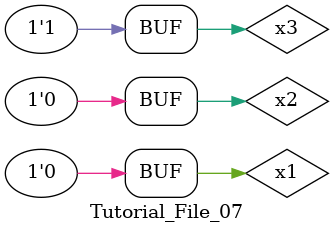
<source format=v>
module Tutorial_File_07;

reg x1, x2, x3;

initial
	begin
		x1 = 1;
		x2 = x1;
		x3 = 0;
		#10
			x1 =  0;
			x3 =  x2;
			x2 = x1;
	end

endmodule
</source>
